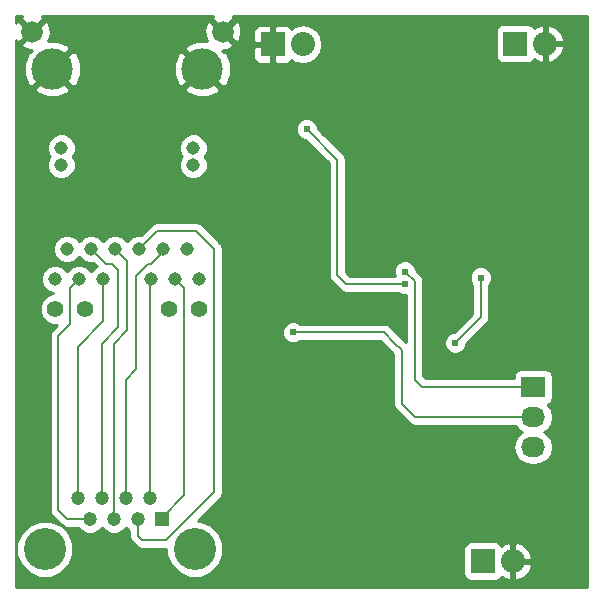
<source format=gbl>
G04 #@! TF.FileFunction,Copper,L2,Bot,Signal*
%FSLAX46Y46*%
G04 Gerber Fmt 4.6, Leading zero omitted, Abs format (unit mm)*
G04 Created by KiCad (PCBNEW (2015-03-16 BZR 5519)-product) date Wed 18 Mar 2015 02:08:14 PM CET*
%MOMM*%
G01*
G04 APERTURE LIST*
%ADD10C,0.150000*%
%ADD11C,3.556000*%
%ADD12C,1.193800*%
%ADD13R,1.193800X1.193800*%
%ADD14C,1.143000*%
%ADD15C,3.505200*%
%ADD16C,1.828800*%
%ADD17C,1.397000*%
%ADD18R,2.032000X1.727200*%
%ADD19O,2.032000X1.727200*%
%ADD20R,2.032000X2.032000*%
%ADD21O,2.032000X2.032000*%
%ADD22C,0.609600*%
%ADD23C,0.203200*%
%ADD24C,0.254000*%
G04 APERTURE END LIST*
D10*
D11*
X121285000Y-107950000D03*
X133985000Y-107950000D03*
D12*
X124079000Y-103632000D03*
X126111000Y-103632000D03*
X128143000Y-103632000D03*
X130175000Y-103632000D03*
X125095000Y-105410000D03*
X127127000Y-105410000D03*
X129159000Y-105410000D03*
D13*
X131191000Y-105410000D03*
D14*
X123190000Y-82550000D03*
X125222000Y-82550000D03*
X127254000Y-82550000D03*
X129286000Y-82550000D03*
X131318000Y-82550000D03*
X133350000Y-82550000D03*
X122174000Y-85090000D03*
X124206000Y-85090000D03*
X126238000Y-85090000D03*
X130302000Y-85090000D03*
X132334000Y-85090000D03*
X134366000Y-85090000D03*
D15*
X121920000Y-67310000D03*
X134620000Y-67310000D03*
D16*
X120205500Y-64135000D03*
X136334500Y-64135000D03*
D14*
X122682000Y-75438000D03*
X133858000Y-75438000D03*
X122682000Y-73964800D03*
X133858000Y-73964800D03*
D17*
X134366000Y-87630000D03*
X131826000Y-87630000D03*
X122174000Y-87630000D03*
X124714000Y-87630000D03*
D18*
X162623500Y-94234000D03*
D19*
X162623500Y-96774000D03*
X162623500Y-99314000D03*
D20*
X140589000Y-65214500D03*
D21*
X143129000Y-65214500D03*
D20*
X158369000Y-108966000D03*
D21*
X160909000Y-108966000D03*
D20*
X161099500Y-65151000D03*
D21*
X163639500Y-65151000D03*
D22*
X143446500Y-72390000D03*
X151765000Y-85534500D03*
X140335000Y-99060000D03*
X140335000Y-100330000D03*
X140335000Y-101600000D03*
X140335000Y-102870000D03*
X140335000Y-104140000D03*
X140335000Y-105410000D03*
X141605000Y-90995500D03*
X142875000Y-90995500D03*
X151574500Y-97790000D03*
X151193500Y-100647500D03*
X145224500Y-95250000D03*
X145224500Y-92710000D03*
X145224500Y-93980000D03*
X145224500Y-96774000D03*
X151765000Y-84455000D03*
X142303500Y-89598500D03*
X156019500Y-90487500D03*
X158178500Y-84963000D03*
D23*
X143446500Y-72390000D02*
X146050000Y-74993500D01*
X146050000Y-74993500D02*
X146050000Y-84772500D01*
X146050000Y-84772500D02*
X146812000Y-85534500D01*
X146812000Y-85534500D02*
X151765000Y-85534500D01*
X131191000Y-105283000D02*
X133096000Y-103378000D01*
X133096000Y-103378000D02*
X133096000Y-85852000D01*
X133096000Y-85852000D02*
X132334000Y-85090000D01*
X131191000Y-105410000D02*
X131191000Y-105283000D01*
X130175000Y-85217000D02*
X130302000Y-85090000D01*
X130175000Y-103632000D02*
X130175000Y-85217000D01*
X129159000Y-105410000D02*
X129159000Y-106807000D01*
X130810000Y-81026000D02*
X129286000Y-82550000D01*
X135636000Y-82550000D02*
X134112000Y-81026000D01*
X134112000Y-81026000D02*
X130810000Y-81026000D01*
X131572000Y-107188000D02*
X135636000Y-103124000D01*
X135636000Y-103124000D02*
X135636000Y-82550000D01*
X129540000Y-107188000D02*
X131572000Y-107188000D01*
X129159000Y-106807000D02*
X129540000Y-107188000D01*
X131318000Y-82804000D02*
X130302000Y-83820000D01*
X130302000Y-83820000D02*
X130048000Y-83820000D01*
X130048000Y-83820000D02*
X129032000Y-84836000D01*
X129032000Y-84836000D02*
X129032000Y-92710000D01*
X129032000Y-92710000D02*
X128143000Y-93599000D01*
X128143000Y-93599000D02*
X128143000Y-103632000D01*
X131318000Y-82550000D02*
X131318000Y-82804000D01*
X127127000Y-90551000D02*
X128270000Y-89408000D01*
X128270000Y-89408000D02*
X128270000Y-83566000D01*
X128270000Y-83566000D02*
X127254000Y-82550000D01*
X127127000Y-105410000D02*
X127127000Y-90551000D01*
X126492000Y-83820000D02*
X127000000Y-83820000D01*
X127000000Y-83820000D02*
X127508000Y-84328000D01*
X127508000Y-84328000D02*
X127508000Y-89154000D01*
X127508000Y-89154000D02*
X126111000Y-90551000D01*
X126111000Y-90551000D02*
X126111000Y-103632000D01*
X125222000Y-82550000D02*
X126492000Y-83820000D01*
X123444000Y-88900000D02*
X123444000Y-85852000D01*
X122428000Y-104648000D02*
X122428000Y-89916000D01*
X122428000Y-89916000D02*
X123444000Y-88900000D01*
X123190000Y-105410000D02*
X122428000Y-104648000D01*
X123444000Y-85852000D02*
X124206000Y-85090000D01*
X125095000Y-105410000D02*
X123190000Y-105410000D01*
X124079000Y-90805000D02*
X126238000Y-88646000D01*
X126238000Y-88646000D02*
X126238000Y-85090000D01*
X124079000Y-103632000D02*
X124079000Y-90805000D01*
X151765000Y-84455000D02*
X152590500Y-85280500D01*
X152590500Y-85280500D02*
X152590500Y-93599000D01*
X152590500Y-93599000D02*
X153225500Y-94234000D01*
X153225500Y-94234000D02*
X162623500Y-94234000D01*
X149987000Y-89598500D02*
X150876000Y-90487500D01*
X162623500Y-96774000D02*
X152654000Y-96774000D01*
X151511000Y-91122500D02*
X150876000Y-90487500D01*
X151511000Y-95631000D02*
X151511000Y-91122500D01*
X152654000Y-96774000D02*
X151511000Y-95631000D01*
X142303500Y-89598500D02*
X149987000Y-89598500D01*
X156019500Y-90487500D02*
X158178500Y-88328500D01*
X158178500Y-88328500D02*
X158178500Y-84963000D01*
D24*
G36*
X167175180Y-111173260D02*
X165245483Y-111173260D01*
X165245483Y-65533946D01*
X165245483Y-64768054D01*
X164976688Y-64182621D01*
X164504318Y-63744615D01*
X164022444Y-63545025D01*
X163766500Y-63664164D01*
X163766500Y-65024000D01*
X165126867Y-65024000D01*
X165245483Y-64768054D01*
X165245483Y-65533946D01*
X165126867Y-65278000D01*
X163766500Y-65278000D01*
X163766500Y-66637836D01*
X164022444Y-66756975D01*
X164504318Y-66557385D01*
X164976688Y-66119379D01*
X165245483Y-65533946D01*
X165245483Y-111173260D01*
X164306845Y-111173260D01*
X164306845Y-99314000D01*
X164192771Y-98740511D01*
X163867915Y-98254330D01*
X163553134Y-98044000D01*
X163867915Y-97833670D01*
X164192771Y-97347489D01*
X164306845Y-96774000D01*
X164192771Y-96200511D01*
X163867915Y-95714330D01*
X163852132Y-95703784D01*
X163881623Y-95698063D01*
X164094427Y-95558273D01*
X164236877Y-95347240D01*
X164286940Y-95097600D01*
X164286940Y-93370400D01*
X164239963Y-93128277D01*
X164100173Y-92915473D01*
X163889140Y-92773023D01*
X163639500Y-92722960D01*
X163512500Y-92722960D01*
X163512500Y-66637836D01*
X163512500Y-65278000D01*
X163492500Y-65278000D01*
X163492500Y-65024000D01*
X163512500Y-65024000D01*
X163512500Y-63664164D01*
X163256556Y-63545025D01*
X162774682Y-63744615D01*
X162677664Y-63834574D01*
X162576173Y-63680073D01*
X162365140Y-63537623D01*
X162115500Y-63487560D01*
X160083500Y-63487560D01*
X159841377Y-63534537D01*
X159628573Y-63674327D01*
X159486123Y-63885360D01*
X159436060Y-64135000D01*
X159436060Y-66167000D01*
X159483037Y-66409123D01*
X159622827Y-66621927D01*
X159833860Y-66764377D01*
X160083500Y-66814440D01*
X162115500Y-66814440D01*
X162357623Y-66767463D01*
X162570427Y-66627673D01*
X162678237Y-66467956D01*
X162774682Y-66557385D01*
X163256556Y-66756975D01*
X163512500Y-66637836D01*
X163512500Y-92722960D01*
X161607500Y-92722960D01*
X161365377Y-92769937D01*
X161152573Y-92909727D01*
X161010123Y-93120760D01*
X160960060Y-93370400D01*
X160960060Y-93497400D01*
X159118463Y-93497400D01*
X159118463Y-84776882D01*
X158975688Y-84431341D01*
X158711549Y-84166741D01*
X158366258Y-84023363D01*
X157992382Y-84023037D01*
X157646841Y-84165812D01*
X157382241Y-84429951D01*
X157238863Y-84775242D01*
X157238537Y-85149118D01*
X157381312Y-85494659D01*
X157441900Y-85555352D01*
X157441900Y-88023390D01*
X155917679Y-89547610D01*
X155833382Y-89547537D01*
X155487841Y-89690312D01*
X155223241Y-89954451D01*
X155079863Y-90299742D01*
X155079537Y-90673618D01*
X155222312Y-91019159D01*
X155486451Y-91283759D01*
X155831742Y-91427137D01*
X156205618Y-91427463D01*
X156551159Y-91284688D01*
X156815759Y-91020549D01*
X156959137Y-90675258D01*
X156959211Y-90589498D01*
X158699355Y-88849355D01*
X158859030Y-88610385D01*
X158915100Y-88328500D01*
X158915100Y-85555604D01*
X158974759Y-85496049D01*
X159118137Y-85150758D01*
X159118463Y-84776882D01*
X159118463Y-93497400D01*
X153530610Y-93497400D01*
X153327100Y-93293890D01*
X153327100Y-85280500D01*
X153271030Y-84998615D01*
X153111355Y-84759645D01*
X152704889Y-84353179D01*
X152704963Y-84268882D01*
X152562188Y-83923341D01*
X152298049Y-83658741D01*
X151952758Y-83515363D01*
X151578882Y-83515037D01*
X151233341Y-83657812D01*
X150968741Y-83921951D01*
X150825363Y-84267242D01*
X150825037Y-84641118D01*
X150889818Y-84797900D01*
X147117110Y-84797900D01*
X146786600Y-84467390D01*
X146786600Y-74993500D01*
X146730530Y-74711615D01*
X146570855Y-74472645D01*
X144780000Y-72681790D01*
X144780000Y-65246845D01*
X144780000Y-65182155D01*
X144654325Y-64550345D01*
X144296433Y-64014722D01*
X143760810Y-63656830D01*
X143129000Y-63531155D01*
X142497190Y-63656830D01*
X142160998Y-63881465D01*
X142143327Y-63838802D01*
X141964699Y-63660173D01*
X141731310Y-63563500D01*
X141478691Y-63563500D01*
X140874750Y-63563500D01*
X140716000Y-63722250D01*
X140716000Y-65087500D01*
X140736000Y-65087500D01*
X140736000Y-65341500D01*
X140716000Y-65341500D01*
X140716000Y-66706750D01*
X140874750Y-66865500D01*
X141478691Y-66865500D01*
X141731310Y-66865500D01*
X141964699Y-66768827D01*
X142143327Y-66590198D01*
X142160998Y-66547534D01*
X142497190Y-66772170D01*
X143129000Y-66897845D01*
X143760810Y-66772170D01*
X144296433Y-66414278D01*
X144654325Y-65878655D01*
X144780000Y-65246845D01*
X144780000Y-72681790D01*
X144386389Y-72288179D01*
X144386463Y-72203882D01*
X144243688Y-71858341D01*
X143979549Y-71593741D01*
X143634258Y-71450363D01*
X143260382Y-71450037D01*
X142914841Y-71592812D01*
X142650241Y-71856951D01*
X142506863Y-72202242D01*
X142506537Y-72576118D01*
X142649312Y-72921659D01*
X142913451Y-73186259D01*
X143258742Y-73329637D01*
X143344501Y-73329711D01*
X145313400Y-75298610D01*
X145313400Y-84772500D01*
X145369470Y-85054385D01*
X145529145Y-85293355D01*
X146291145Y-86055355D01*
X146530115Y-86215030D01*
X146530116Y-86215030D01*
X146812000Y-86271100D01*
X151172395Y-86271100D01*
X151231951Y-86330759D01*
X151577242Y-86474137D01*
X151853900Y-86474378D01*
X151853900Y-90423690D01*
X151396855Y-89966645D01*
X150507855Y-89077645D01*
X150268885Y-88917970D01*
X149987000Y-88861900D01*
X142896104Y-88861900D01*
X142836549Y-88802241D01*
X142491258Y-88658863D01*
X142117382Y-88658537D01*
X141771841Y-88801312D01*
X141507241Y-89065451D01*
X141363863Y-89410742D01*
X141363537Y-89784618D01*
X141506312Y-90130159D01*
X141770451Y-90394759D01*
X142115742Y-90538137D01*
X142489618Y-90538463D01*
X142835159Y-90395688D01*
X142895852Y-90335100D01*
X149681890Y-90335100D01*
X150355145Y-91008355D01*
X150774400Y-91427610D01*
X150774400Y-95631000D01*
X150830470Y-95912885D01*
X150990145Y-96151855D01*
X152133145Y-97294855D01*
X152372115Y-97454530D01*
X152654000Y-97510600D01*
X161163216Y-97510600D01*
X161379085Y-97833670D01*
X161693865Y-98044000D01*
X161379085Y-98254330D01*
X161054229Y-98740511D01*
X160940155Y-99314000D01*
X161054229Y-99887489D01*
X161379085Y-100373670D01*
X161865266Y-100698526D01*
X162438755Y-100812600D01*
X162808245Y-100812600D01*
X163381734Y-100698526D01*
X163867915Y-100373670D01*
X164192771Y-99887489D01*
X164306845Y-99314000D01*
X164306845Y-111173260D01*
X162514983Y-111173260D01*
X162514983Y-109348946D01*
X162514983Y-108583054D01*
X162246188Y-107997621D01*
X161773818Y-107559615D01*
X161291944Y-107360025D01*
X161036000Y-107479164D01*
X161036000Y-108839000D01*
X162396367Y-108839000D01*
X162514983Y-108583054D01*
X162514983Y-109348946D01*
X162396367Y-109093000D01*
X161036000Y-109093000D01*
X161036000Y-110452836D01*
X161291944Y-110571975D01*
X161773818Y-110372385D01*
X162246188Y-109934379D01*
X162514983Y-109348946D01*
X162514983Y-111173260D01*
X160782000Y-111173260D01*
X160782000Y-110452836D01*
X160782000Y-109093000D01*
X160762000Y-109093000D01*
X160762000Y-108839000D01*
X160782000Y-108839000D01*
X160782000Y-107479164D01*
X160526056Y-107360025D01*
X160044182Y-107559615D01*
X159947164Y-107649574D01*
X159845673Y-107495073D01*
X159634640Y-107352623D01*
X159385000Y-107302560D01*
X157353000Y-107302560D01*
X157110877Y-107349537D01*
X156898073Y-107489327D01*
X156755623Y-107700360D01*
X156705560Y-107950000D01*
X156705560Y-109982000D01*
X156752537Y-110224123D01*
X156892327Y-110436927D01*
X157103360Y-110579377D01*
X157353000Y-110629440D01*
X159385000Y-110629440D01*
X159627123Y-110582463D01*
X159839927Y-110442673D01*
X159947737Y-110282956D01*
X160044182Y-110372385D01*
X160526056Y-110571975D01*
X160782000Y-110452836D01*
X160782000Y-111173260D01*
X140462000Y-111173260D01*
X140462000Y-66706750D01*
X140462000Y-65341500D01*
X140462000Y-65087500D01*
X140462000Y-63722250D01*
X140303250Y-63563500D01*
X139699309Y-63563500D01*
X139446690Y-63563500D01*
X139213301Y-63660173D01*
X139034673Y-63838802D01*
X138938000Y-64072191D01*
X138938000Y-64928750D01*
X139096750Y-65087500D01*
X140462000Y-65087500D01*
X140462000Y-65341500D01*
X139096750Y-65341500D01*
X138938000Y-65500250D01*
X138938000Y-66356809D01*
X139034673Y-66590198D01*
X139213301Y-66768827D01*
X139446690Y-66865500D01*
X139699309Y-66865500D01*
X140303250Y-66865500D01*
X140462000Y-66706750D01*
X140462000Y-111173260D01*
X137895282Y-111173260D01*
X137895282Y-64379101D01*
X137869888Y-63763234D01*
X137683061Y-63312194D01*
X137425084Y-63224022D01*
X136514105Y-64135000D01*
X137425084Y-65045978D01*
X137683061Y-64957806D01*
X137895282Y-64379101D01*
X137895282Y-111173260D01*
X137245478Y-111173260D01*
X137245478Y-65225584D01*
X136334500Y-64314605D01*
X136320357Y-64328747D01*
X136140752Y-64149142D01*
X136154895Y-64135000D01*
X135243916Y-63224022D01*
X134985939Y-63312194D01*
X134773718Y-63890899D01*
X134799112Y-64506766D01*
X134969320Y-64917686D01*
X134114262Y-64928737D01*
X133293804Y-65268582D01*
X133103200Y-65613595D01*
X134620000Y-67130395D01*
X134634142Y-67116252D01*
X134813747Y-67295857D01*
X134799605Y-67310000D01*
X136316405Y-68826800D01*
X136661418Y-68636196D01*
X137013538Y-67754029D01*
X137001263Y-66804262D01*
X136661418Y-65983804D01*
X136316406Y-65793200D01*
X136427734Y-65681872D01*
X136706266Y-65670388D01*
X137157306Y-65483561D01*
X137245478Y-65225584D01*
X137245478Y-111173260D01*
X137013538Y-111173260D01*
X136398417Y-111173260D01*
X136398417Y-107472130D01*
X136031834Y-106584931D01*
X135353639Y-105905551D01*
X134467081Y-105537420D01*
X134264466Y-105537243D01*
X136156855Y-103644855D01*
X136316530Y-103405885D01*
X136372600Y-103124000D01*
X136372600Y-82550000D01*
X136316530Y-82268115D01*
X136156855Y-82029145D01*
X136136800Y-82009090D01*
X136136800Y-69006405D01*
X134620000Y-67489605D01*
X134440395Y-67669210D01*
X134440395Y-67310000D01*
X132923595Y-65793200D01*
X132578582Y-65983804D01*
X132226462Y-66865971D01*
X132238737Y-67815738D01*
X132578582Y-68636196D01*
X132923595Y-68826800D01*
X134440395Y-67310000D01*
X134440395Y-67669210D01*
X133103200Y-69006405D01*
X133293804Y-69351418D01*
X134175971Y-69703538D01*
X135125738Y-69691263D01*
X135946196Y-69351418D01*
X136136800Y-69006405D01*
X136136800Y-82009090D01*
X135064709Y-80936999D01*
X135064709Y-75199065D01*
X134881418Y-74755465D01*
X134827650Y-74701603D01*
X134880225Y-74649120D01*
X135064290Y-74205841D01*
X135064709Y-73725865D01*
X134881418Y-73282265D01*
X134542320Y-72942575D01*
X134099041Y-72758510D01*
X133619065Y-72758091D01*
X133175465Y-72941382D01*
X132835775Y-73280480D01*
X132651710Y-73723759D01*
X132651291Y-74203735D01*
X132834582Y-74647335D01*
X132888349Y-74701196D01*
X132835775Y-74753680D01*
X132651710Y-75196959D01*
X132651291Y-75676935D01*
X132834582Y-76120535D01*
X133173680Y-76460225D01*
X133616959Y-76644290D01*
X134096935Y-76644709D01*
X134540535Y-76461418D01*
X134880225Y-76122320D01*
X135064290Y-75679041D01*
X135064709Y-75199065D01*
X135064709Y-80936999D01*
X134632855Y-80505145D01*
X134393885Y-80345470D01*
X134112000Y-80289400D01*
X130810000Y-80289400D01*
X130528115Y-80345470D01*
X130289145Y-80505145D01*
X129450646Y-81343643D01*
X129047065Y-81343291D01*
X128603465Y-81526582D01*
X128269715Y-81859749D01*
X127938320Y-81527775D01*
X127495041Y-81343710D01*
X127015065Y-81343291D01*
X126571465Y-81526582D01*
X126237715Y-81859749D01*
X125906320Y-81527775D01*
X125463041Y-81343710D01*
X124983065Y-81343291D01*
X124539465Y-81526582D01*
X124313538Y-81752114D01*
X124313538Y-67754029D01*
X124301263Y-66804262D01*
X123961418Y-65983804D01*
X123616405Y-65793200D01*
X123436800Y-65972805D01*
X123436800Y-65613595D01*
X123246196Y-65268582D01*
X122364029Y-64916462D01*
X121565437Y-64926783D01*
X121766282Y-64379101D01*
X121740888Y-63763234D01*
X121554061Y-63312194D01*
X121296084Y-63224022D01*
X120385105Y-64135000D01*
X120399247Y-64149142D01*
X120219642Y-64328747D01*
X120205500Y-64314605D01*
X119294522Y-65225584D01*
X119382694Y-65483561D01*
X119961399Y-65695782D01*
X120119649Y-65689256D01*
X120223593Y-65793200D01*
X119878582Y-65983804D01*
X119526462Y-66865971D01*
X119538737Y-67815738D01*
X119878582Y-68636196D01*
X120223595Y-68826800D01*
X121740395Y-67310000D01*
X121726252Y-67295857D01*
X121905857Y-67116252D01*
X121920000Y-67130395D01*
X123436800Y-65613595D01*
X123436800Y-65972805D01*
X122099605Y-67310000D01*
X123616405Y-68826800D01*
X123961418Y-68636196D01*
X124313538Y-67754029D01*
X124313538Y-81752114D01*
X124205715Y-81859749D01*
X123888709Y-81542189D01*
X123888709Y-75199065D01*
X123705418Y-74755465D01*
X123651650Y-74701603D01*
X123704225Y-74649120D01*
X123888290Y-74205841D01*
X123888709Y-73725865D01*
X123705418Y-73282265D01*
X123436800Y-73013178D01*
X123436800Y-69006405D01*
X121920000Y-67489605D01*
X121740395Y-67669210D01*
X120403200Y-69006405D01*
X120593804Y-69351418D01*
X121475971Y-69703538D01*
X122425738Y-69691263D01*
X123246196Y-69351418D01*
X123436800Y-69006405D01*
X123436800Y-73013178D01*
X123366320Y-72942575D01*
X122923041Y-72758510D01*
X122443065Y-72758091D01*
X121999465Y-72941382D01*
X121659775Y-73280480D01*
X121475710Y-73723759D01*
X121475291Y-74203735D01*
X121658582Y-74647335D01*
X121712349Y-74701196D01*
X121659775Y-74753680D01*
X121475710Y-75196959D01*
X121475291Y-75676935D01*
X121658582Y-76120535D01*
X121997680Y-76460225D01*
X122440959Y-76644290D01*
X122920935Y-76644709D01*
X123364535Y-76461418D01*
X123704225Y-76122320D01*
X123888290Y-75679041D01*
X123888709Y-75199065D01*
X123888709Y-81542189D01*
X123874320Y-81527775D01*
X123431041Y-81343710D01*
X122951065Y-81343291D01*
X122507465Y-81526582D01*
X122167775Y-81865680D01*
X121983710Y-82308959D01*
X121983291Y-82788935D01*
X122166582Y-83232535D01*
X122505680Y-83572225D01*
X122948959Y-83756290D01*
X123428935Y-83756709D01*
X123872535Y-83573418D01*
X124206284Y-83240250D01*
X124537680Y-83572225D01*
X124980959Y-83756290D01*
X125386934Y-83756644D01*
X125655527Y-84025237D01*
X125555465Y-84066582D01*
X125221715Y-84399749D01*
X124890320Y-84067775D01*
X124447041Y-83883710D01*
X123967065Y-83883291D01*
X123523465Y-84066582D01*
X123189715Y-84399749D01*
X122858320Y-84067775D01*
X122415041Y-83883710D01*
X121935065Y-83883291D01*
X121491465Y-84066582D01*
X121151775Y-84405680D01*
X120967710Y-84848959D01*
X120967291Y-85328935D01*
X121150582Y-85772535D01*
X121489680Y-86112225D01*
X121932956Y-86296289D01*
X121909914Y-86296269D01*
X121419620Y-86498854D01*
X121044173Y-86873647D01*
X120840732Y-87363587D01*
X120840269Y-87894086D01*
X121042854Y-88384380D01*
X121417647Y-88759827D01*
X121907587Y-88963268D01*
X122338645Y-88963644D01*
X121907145Y-89395145D01*
X121747470Y-89634115D01*
X121691400Y-89916000D01*
X121691400Y-104648000D01*
X121747470Y-104929885D01*
X121907145Y-105168855D01*
X122636883Y-105898593D01*
X121767081Y-105537420D01*
X120807130Y-105536583D01*
X119919931Y-105903166D01*
X119240551Y-106581361D01*
X118872420Y-107467919D01*
X118871583Y-108427870D01*
X119238166Y-109315069D01*
X119916361Y-109994449D01*
X120802919Y-110362580D01*
X121762870Y-110363417D01*
X122650069Y-109996834D01*
X123329449Y-109318639D01*
X123697580Y-108432081D01*
X123698417Y-107472130D01*
X123331834Y-106584931D01*
X122698437Y-105950427D01*
X122908115Y-106090530D01*
X122908116Y-106090530D01*
X123190000Y-106146600D01*
X124089664Y-106146600D01*
X124396274Y-106453745D01*
X124848885Y-106641685D01*
X125338965Y-106642113D01*
X125791903Y-106454963D01*
X126111252Y-106136170D01*
X126428274Y-106453745D01*
X126880885Y-106641685D01*
X127370965Y-106642113D01*
X127823903Y-106454963D01*
X128143252Y-106136170D01*
X128422400Y-106415804D01*
X128422400Y-106807000D01*
X128478470Y-107088885D01*
X128638145Y-107327855D01*
X129019145Y-107708855D01*
X129258115Y-107868530D01*
X129540000Y-107924600D01*
X131572000Y-107924600D01*
X131572021Y-107924595D01*
X131571583Y-108427870D01*
X131938166Y-109315069D01*
X132616361Y-109994449D01*
X133502919Y-110362580D01*
X134462870Y-110363417D01*
X135350069Y-109996834D01*
X136029449Y-109318639D01*
X136397580Y-108432081D01*
X136398417Y-107472130D01*
X136398417Y-111173260D01*
X118826280Y-111173260D01*
X118826280Y-64883788D01*
X118856939Y-64957806D01*
X119114916Y-65045978D01*
X120025895Y-64135000D01*
X119114916Y-63224022D01*
X118856939Y-63312194D01*
X118826280Y-63395797D01*
X118826280Y-62824360D01*
X119369733Y-62824360D01*
X119294522Y-63044416D01*
X120205500Y-63955395D01*
X121116478Y-63044416D01*
X121041266Y-62824360D01*
X135498733Y-62824360D01*
X135423522Y-63044416D01*
X136334500Y-63955395D01*
X137245478Y-63044416D01*
X137170266Y-62824360D01*
X167175180Y-62824360D01*
X167175180Y-111173260D01*
X167175180Y-111173260D01*
G37*
X167175180Y-111173260D02*
X165245483Y-111173260D01*
X165245483Y-65533946D01*
X165245483Y-64768054D01*
X164976688Y-64182621D01*
X164504318Y-63744615D01*
X164022444Y-63545025D01*
X163766500Y-63664164D01*
X163766500Y-65024000D01*
X165126867Y-65024000D01*
X165245483Y-64768054D01*
X165245483Y-65533946D01*
X165126867Y-65278000D01*
X163766500Y-65278000D01*
X163766500Y-66637836D01*
X164022444Y-66756975D01*
X164504318Y-66557385D01*
X164976688Y-66119379D01*
X165245483Y-65533946D01*
X165245483Y-111173260D01*
X164306845Y-111173260D01*
X164306845Y-99314000D01*
X164192771Y-98740511D01*
X163867915Y-98254330D01*
X163553134Y-98044000D01*
X163867915Y-97833670D01*
X164192771Y-97347489D01*
X164306845Y-96774000D01*
X164192771Y-96200511D01*
X163867915Y-95714330D01*
X163852132Y-95703784D01*
X163881623Y-95698063D01*
X164094427Y-95558273D01*
X164236877Y-95347240D01*
X164286940Y-95097600D01*
X164286940Y-93370400D01*
X164239963Y-93128277D01*
X164100173Y-92915473D01*
X163889140Y-92773023D01*
X163639500Y-92722960D01*
X163512500Y-92722960D01*
X163512500Y-66637836D01*
X163512500Y-65278000D01*
X163492500Y-65278000D01*
X163492500Y-65024000D01*
X163512500Y-65024000D01*
X163512500Y-63664164D01*
X163256556Y-63545025D01*
X162774682Y-63744615D01*
X162677664Y-63834574D01*
X162576173Y-63680073D01*
X162365140Y-63537623D01*
X162115500Y-63487560D01*
X160083500Y-63487560D01*
X159841377Y-63534537D01*
X159628573Y-63674327D01*
X159486123Y-63885360D01*
X159436060Y-64135000D01*
X159436060Y-66167000D01*
X159483037Y-66409123D01*
X159622827Y-66621927D01*
X159833860Y-66764377D01*
X160083500Y-66814440D01*
X162115500Y-66814440D01*
X162357623Y-66767463D01*
X162570427Y-66627673D01*
X162678237Y-66467956D01*
X162774682Y-66557385D01*
X163256556Y-66756975D01*
X163512500Y-66637836D01*
X163512500Y-92722960D01*
X161607500Y-92722960D01*
X161365377Y-92769937D01*
X161152573Y-92909727D01*
X161010123Y-93120760D01*
X160960060Y-93370400D01*
X160960060Y-93497400D01*
X159118463Y-93497400D01*
X159118463Y-84776882D01*
X158975688Y-84431341D01*
X158711549Y-84166741D01*
X158366258Y-84023363D01*
X157992382Y-84023037D01*
X157646841Y-84165812D01*
X157382241Y-84429951D01*
X157238863Y-84775242D01*
X157238537Y-85149118D01*
X157381312Y-85494659D01*
X157441900Y-85555352D01*
X157441900Y-88023390D01*
X155917679Y-89547610D01*
X155833382Y-89547537D01*
X155487841Y-89690312D01*
X155223241Y-89954451D01*
X155079863Y-90299742D01*
X155079537Y-90673618D01*
X155222312Y-91019159D01*
X155486451Y-91283759D01*
X155831742Y-91427137D01*
X156205618Y-91427463D01*
X156551159Y-91284688D01*
X156815759Y-91020549D01*
X156959137Y-90675258D01*
X156959211Y-90589498D01*
X158699355Y-88849355D01*
X158859030Y-88610385D01*
X158915100Y-88328500D01*
X158915100Y-85555604D01*
X158974759Y-85496049D01*
X159118137Y-85150758D01*
X159118463Y-84776882D01*
X159118463Y-93497400D01*
X153530610Y-93497400D01*
X153327100Y-93293890D01*
X153327100Y-85280500D01*
X153271030Y-84998615D01*
X153111355Y-84759645D01*
X152704889Y-84353179D01*
X152704963Y-84268882D01*
X152562188Y-83923341D01*
X152298049Y-83658741D01*
X151952758Y-83515363D01*
X151578882Y-83515037D01*
X151233341Y-83657812D01*
X150968741Y-83921951D01*
X150825363Y-84267242D01*
X150825037Y-84641118D01*
X150889818Y-84797900D01*
X147117110Y-84797900D01*
X146786600Y-84467390D01*
X146786600Y-74993500D01*
X146730530Y-74711615D01*
X146570855Y-74472645D01*
X144780000Y-72681790D01*
X144780000Y-65246845D01*
X144780000Y-65182155D01*
X144654325Y-64550345D01*
X144296433Y-64014722D01*
X143760810Y-63656830D01*
X143129000Y-63531155D01*
X142497190Y-63656830D01*
X142160998Y-63881465D01*
X142143327Y-63838802D01*
X141964699Y-63660173D01*
X141731310Y-63563500D01*
X141478691Y-63563500D01*
X140874750Y-63563500D01*
X140716000Y-63722250D01*
X140716000Y-65087500D01*
X140736000Y-65087500D01*
X140736000Y-65341500D01*
X140716000Y-65341500D01*
X140716000Y-66706750D01*
X140874750Y-66865500D01*
X141478691Y-66865500D01*
X141731310Y-66865500D01*
X141964699Y-66768827D01*
X142143327Y-66590198D01*
X142160998Y-66547534D01*
X142497190Y-66772170D01*
X143129000Y-66897845D01*
X143760810Y-66772170D01*
X144296433Y-66414278D01*
X144654325Y-65878655D01*
X144780000Y-65246845D01*
X144780000Y-72681790D01*
X144386389Y-72288179D01*
X144386463Y-72203882D01*
X144243688Y-71858341D01*
X143979549Y-71593741D01*
X143634258Y-71450363D01*
X143260382Y-71450037D01*
X142914841Y-71592812D01*
X142650241Y-71856951D01*
X142506863Y-72202242D01*
X142506537Y-72576118D01*
X142649312Y-72921659D01*
X142913451Y-73186259D01*
X143258742Y-73329637D01*
X143344501Y-73329711D01*
X145313400Y-75298610D01*
X145313400Y-84772500D01*
X145369470Y-85054385D01*
X145529145Y-85293355D01*
X146291145Y-86055355D01*
X146530115Y-86215030D01*
X146530116Y-86215030D01*
X146812000Y-86271100D01*
X151172395Y-86271100D01*
X151231951Y-86330759D01*
X151577242Y-86474137D01*
X151853900Y-86474378D01*
X151853900Y-90423690D01*
X151396855Y-89966645D01*
X150507855Y-89077645D01*
X150268885Y-88917970D01*
X149987000Y-88861900D01*
X142896104Y-88861900D01*
X142836549Y-88802241D01*
X142491258Y-88658863D01*
X142117382Y-88658537D01*
X141771841Y-88801312D01*
X141507241Y-89065451D01*
X141363863Y-89410742D01*
X141363537Y-89784618D01*
X141506312Y-90130159D01*
X141770451Y-90394759D01*
X142115742Y-90538137D01*
X142489618Y-90538463D01*
X142835159Y-90395688D01*
X142895852Y-90335100D01*
X149681890Y-90335100D01*
X150355145Y-91008355D01*
X150774400Y-91427610D01*
X150774400Y-95631000D01*
X150830470Y-95912885D01*
X150990145Y-96151855D01*
X152133145Y-97294855D01*
X152372115Y-97454530D01*
X152654000Y-97510600D01*
X161163216Y-97510600D01*
X161379085Y-97833670D01*
X161693865Y-98044000D01*
X161379085Y-98254330D01*
X161054229Y-98740511D01*
X160940155Y-99314000D01*
X161054229Y-99887489D01*
X161379085Y-100373670D01*
X161865266Y-100698526D01*
X162438755Y-100812600D01*
X162808245Y-100812600D01*
X163381734Y-100698526D01*
X163867915Y-100373670D01*
X164192771Y-99887489D01*
X164306845Y-99314000D01*
X164306845Y-111173260D01*
X162514983Y-111173260D01*
X162514983Y-109348946D01*
X162514983Y-108583054D01*
X162246188Y-107997621D01*
X161773818Y-107559615D01*
X161291944Y-107360025D01*
X161036000Y-107479164D01*
X161036000Y-108839000D01*
X162396367Y-108839000D01*
X162514983Y-108583054D01*
X162514983Y-109348946D01*
X162396367Y-109093000D01*
X161036000Y-109093000D01*
X161036000Y-110452836D01*
X161291944Y-110571975D01*
X161773818Y-110372385D01*
X162246188Y-109934379D01*
X162514983Y-109348946D01*
X162514983Y-111173260D01*
X160782000Y-111173260D01*
X160782000Y-110452836D01*
X160782000Y-109093000D01*
X160762000Y-109093000D01*
X160762000Y-108839000D01*
X160782000Y-108839000D01*
X160782000Y-107479164D01*
X160526056Y-107360025D01*
X160044182Y-107559615D01*
X159947164Y-107649574D01*
X159845673Y-107495073D01*
X159634640Y-107352623D01*
X159385000Y-107302560D01*
X157353000Y-107302560D01*
X157110877Y-107349537D01*
X156898073Y-107489327D01*
X156755623Y-107700360D01*
X156705560Y-107950000D01*
X156705560Y-109982000D01*
X156752537Y-110224123D01*
X156892327Y-110436927D01*
X157103360Y-110579377D01*
X157353000Y-110629440D01*
X159385000Y-110629440D01*
X159627123Y-110582463D01*
X159839927Y-110442673D01*
X159947737Y-110282956D01*
X160044182Y-110372385D01*
X160526056Y-110571975D01*
X160782000Y-110452836D01*
X160782000Y-111173260D01*
X140462000Y-111173260D01*
X140462000Y-66706750D01*
X140462000Y-65341500D01*
X140462000Y-65087500D01*
X140462000Y-63722250D01*
X140303250Y-63563500D01*
X139699309Y-63563500D01*
X139446690Y-63563500D01*
X139213301Y-63660173D01*
X139034673Y-63838802D01*
X138938000Y-64072191D01*
X138938000Y-64928750D01*
X139096750Y-65087500D01*
X140462000Y-65087500D01*
X140462000Y-65341500D01*
X139096750Y-65341500D01*
X138938000Y-65500250D01*
X138938000Y-66356809D01*
X139034673Y-66590198D01*
X139213301Y-66768827D01*
X139446690Y-66865500D01*
X139699309Y-66865500D01*
X140303250Y-66865500D01*
X140462000Y-66706750D01*
X140462000Y-111173260D01*
X137895282Y-111173260D01*
X137895282Y-64379101D01*
X137869888Y-63763234D01*
X137683061Y-63312194D01*
X137425084Y-63224022D01*
X136514105Y-64135000D01*
X137425084Y-65045978D01*
X137683061Y-64957806D01*
X137895282Y-64379101D01*
X137895282Y-111173260D01*
X137245478Y-111173260D01*
X137245478Y-65225584D01*
X136334500Y-64314605D01*
X136320357Y-64328747D01*
X136140752Y-64149142D01*
X136154895Y-64135000D01*
X135243916Y-63224022D01*
X134985939Y-63312194D01*
X134773718Y-63890899D01*
X134799112Y-64506766D01*
X134969320Y-64917686D01*
X134114262Y-64928737D01*
X133293804Y-65268582D01*
X133103200Y-65613595D01*
X134620000Y-67130395D01*
X134634142Y-67116252D01*
X134813747Y-67295857D01*
X134799605Y-67310000D01*
X136316405Y-68826800D01*
X136661418Y-68636196D01*
X137013538Y-67754029D01*
X137001263Y-66804262D01*
X136661418Y-65983804D01*
X136316406Y-65793200D01*
X136427734Y-65681872D01*
X136706266Y-65670388D01*
X137157306Y-65483561D01*
X137245478Y-65225584D01*
X137245478Y-111173260D01*
X137013538Y-111173260D01*
X136398417Y-111173260D01*
X136398417Y-107472130D01*
X136031834Y-106584931D01*
X135353639Y-105905551D01*
X134467081Y-105537420D01*
X134264466Y-105537243D01*
X136156855Y-103644855D01*
X136316530Y-103405885D01*
X136372600Y-103124000D01*
X136372600Y-82550000D01*
X136316530Y-82268115D01*
X136156855Y-82029145D01*
X136136800Y-82009090D01*
X136136800Y-69006405D01*
X134620000Y-67489605D01*
X134440395Y-67669210D01*
X134440395Y-67310000D01*
X132923595Y-65793200D01*
X132578582Y-65983804D01*
X132226462Y-66865971D01*
X132238737Y-67815738D01*
X132578582Y-68636196D01*
X132923595Y-68826800D01*
X134440395Y-67310000D01*
X134440395Y-67669210D01*
X133103200Y-69006405D01*
X133293804Y-69351418D01*
X134175971Y-69703538D01*
X135125738Y-69691263D01*
X135946196Y-69351418D01*
X136136800Y-69006405D01*
X136136800Y-82009090D01*
X135064709Y-80936999D01*
X135064709Y-75199065D01*
X134881418Y-74755465D01*
X134827650Y-74701603D01*
X134880225Y-74649120D01*
X135064290Y-74205841D01*
X135064709Y-73725865D01*
X134881418Y-73282265D01*
X134542320Y-72942575D01*
X134099041Y-72758510D01*
X133619065Y-72758091D01*
X133175465Y-72941382D01*
X132835775Y-73280480D01*
X132651710Y-73723759D01*
X132651291Y-74203735D01*
X132834582Y-74647335D01*
X132888349Y-74701196D01*
X132835775Y-74753680D01*
X132651710Y-75196959D01*
X132651291Y-75676935D01*
X132834582Y-76120535D01*
X133173680Y-76460225D01*
X133616959Y-76644290D01*
X134096935Y-76644709D01*
X134540535Y-76461418D01*
X134880225Y-76122320D01*
X135064290Y-75679041D01*
X135064709Y-75199065D01*
X135064709Y-80936999D01*
X134632855Y-80505145D01*
X134393885Y-80345470D01*
X134112000Y-80289400D01*
X130810000Y-80289400D01*
X130528115Y-80345470D01*
X130289145Y-80505145D01*
X129450646Y-81343643D01*
X129047065Y-81343291D01*
X128603465Y-81526582D01*
X128269715Y-81859749D01*
X127938320Y-81527775D01*
X127495041Y-81343710D01*
X127015065Y-81343291D01*
X126571465Y-81526582D01*
X126237715Y-81859749D01*
X125906320Y-81527775D01*
X125463041Y-81343710D01*
X124983065Y-81343291D01*
X124539465Y-81526582D01*
X124313538Y-81752114D01*
X124313538Y-67754029D01*
X124301263Y-66804262D01*
X123961418Y-65983804D01*
X123616405Y-65793200D01*
X123436800Y-65972805D01*
X123436800Y-65613595D01*
X123246196Y-65268582D01*
X122364029Y-64916462D01*
X121565437Y-64926783D01*
X121766282Y-64379101D01*
X121740888Y-63763234D01*
X121554061Y-63312194D01*
X121296084Y-63224022D01*
X120385105Y-64135000D01*
X120399247Y-64149142D01*
X120219642Y-64328747D01*
X120205500Y-64314605D01*
X119294522Y-65225584D01*
X119382694Y-65483561D01*
X119961399Y-65695782D01*
X120119649Y-65689256D01*
X120223593Y-65793200D01*
X119878582Y-65983804D01*
X119526462Y-66865971D01*
X119538737Y-67815738D01*
X119878582Y-68636196D01*
X120223595Y-68826800D01*
X121740395Y-67310000D01*
X121726252Y-67295857D01*
X121905857Y-67116252D01*
X121920000Y-67130395D01*
X123436800Y-65613595D01*
X123436800Y-65972805D01*
X122099605Y-67310000D01*
X123616405Y-68826800D01*
X123961418Y-68636196D01*
X124313538Y-67754029D01*
X124313538Y-81752114D01*
X124205715Y-81859749D01*
X123888709Y-81542189D01*
X123888709Y-75199065D01*
X123705418Y-74755465D01*
X123651650Y-74701603D01*
X123704225Y-74649120D01*
X123888290Y-74205841D01*
X123888709Y-73725865D01*
X123705418Y-73282265D01*
X123436800Y-73013178D01*
X123436800Y-69006405D01*
X121920000Y-67489605D01*
X121740395Y-67669210D01*
X120403200Y-69006405D01*
X120593804Y-69351418D01*
X121475971Y-69703538D01*
X122425738Y-69691263D01*
X123246196Y-69351418D01*
X123436800Y-69006405D01*
X123436800Y-73013178D01*
X123366320Y-72942575D01*
X122923041Y-72758510D01*
X122443065Y-72758091D01*
X121999465Y-72941382D01*
X121659775Y-73280480D01*
X121475710Y-73723759D01*
X121475291Y-74203735D01*
X121658582Y-74647335D01*
X121712349Y-74701196D01*
X121659775Y-74753680D01*
X121475710Y-75196959D01*
X121475291Y-75676935D01*
X121658582Y-76120535D01*
X121997680Y-76460225D01*
X122440959Y-76644290D01*
X122920935Y-76644709D01*
X123364535Y-76461418D01*
X123704225Y-76122320D01*
X123888290Y-75679041D01*
X123888709Y-75199065D01*
X123888709Y-81542189D01*
X123874320Y-81527775D01*
X123431041Y-81343710D01*
X122951065Y-81343291D01*
X122507465Y-81526582D01*
X122167775Y-81865680D01*
X121983710Y-82308959D01*
X121983291Y-82788935D01*
X122166582Y-83232535D01*
X122505680Y-83572225D01*
X122948959Y-83756290D01*
X123428935Y-83756709D01*
X123872535Y-83573418D01*
X124206284Y-83240250D01*
X124537680Y-83572225D01*
X124980959Y-83756290D01*
X125386934Y-83756644D01*
X125655527Y-84025237D01*
X125555465Y-84066582D01*
X125221715Y-84399749D01*
X124890320Y-84067775D01*
X124447041Y-83883710D01*
X123967065Y-83883291D01*
X123523465Y-84066582D01*
X123189715Y-84399749D01*
X122858320Y-84067775D01*
X122415041Y-83883710D01*
X121935065Y-83883291D01*
X121491465Y-84066582D01*
X121151775Y-84405680D01*
X120967710Y-84848959D01*
X120967291Y-85328935D01*
X121150582Y-85772535D01*
X121489680Y-86112225D01*
X121932956Y-86296289D01*
X121909914Y-86296269D01*
X121419620Y-86498854D01*
X121044173Y-86873647D01*
X120840732Y-87363587D01*
X120840269Y-87894086D01*
X121042854Y-88384380D01*
X121417647Y-88759827D01*
X121907587Y-88963268D01*
X122338645Y-88963644D01*
X121907145Y-89395145D01*
X121747470Y-89634115D01*
X121691400Y-89916000D01*
X121691400Y-104648000D01*
X121747470Y-104929885D01*
X121907145Y-105168855D01*
X122636883Y-105898593D01*
X121767081Y-105537420D01*
X120807130Y-105536583D01*
X119919931Y-105903166D01*
X119240551Y-106581361D01*
X118872420Y-107467919D01*
X118871583Y-108427870D01*
X119238166Y-109315069D01*
X119916361Y-109994449D01*
X120802919Y-110362580D01*
X121762870Y-110363417D01*
X122650069Y-109996834D01*
X123329449Y-109318639D01*
X123697580Y-108432081D01*
X123698417Y-107472130D01*
X123331834Y-106584931D01*
X122698437Y-105950427D01*
X122908115Y-106090530D01*
X122908116Y-106090530D01*
X123190000Y-106146600D01*
X124089664Y-106146600D01*
X124396274Y-106453745D01*
X124848885Y-106641685D01*
X125338965Y-106642113D01*
X125791903Y-106454963D01*
X126111252Y-106136170D01*
X126428274Y-106453745D01*
X126880885Y-106641685D01*
X127370965Y-106642113D01*
X127823903Y-106454963D01*
X128143252Y-106136170D01*
X128422400Y-106415804D01*
X128422400Y-106807000D01*
X128478470Y-107088885D01*
X128638145Y-107327855D01*
X129019145Y-107708855D01*
X129258115Y-107868530D01*
X129540000Y-107924600D01*
X131572000Y-107924600D01*
X131572021Y-107924595D01*
X131571583Y-108427870D01*
X131938166Y-109315069D01*
X132616361Y-109994449D01*
X133502919Y-110362580D01*
X134462870Y-110363417D01*
X135350069Y-109996834D01*
X136029449Y-109318639D01*
X136397580Y-108432081D01*
X136398417Y-107472130D01*
X136398417Y-111173260D01*
X118826280Y-111173260D01*
X118826280Y-64883788D01*
X118856939Y-64957806D01*
X119114916Y-65045978D01*
X120025895Y-64135000D01*
X119114916Y-63224022D01*
X118856939Y-63312194D01*
X118826280Y-63395797D01*
X118826280Y-62824360D01*
X119369733Y-62824360D01*
X119294522Y-63044416D01*
X120205500Y-63955395D01*
X121116478Y-63044416D01*
X121041266Y-62824360D01*
X135498733Y-62824360D01*
X135423522Y-63044416D01*
X136334500Y-63955395D01*
X137245478Y-63044416D01*
X137170266Y-62824360D01*
X167175180Y-62824360D01*
X167175180Y-111173260D01*
M02*

</source>
